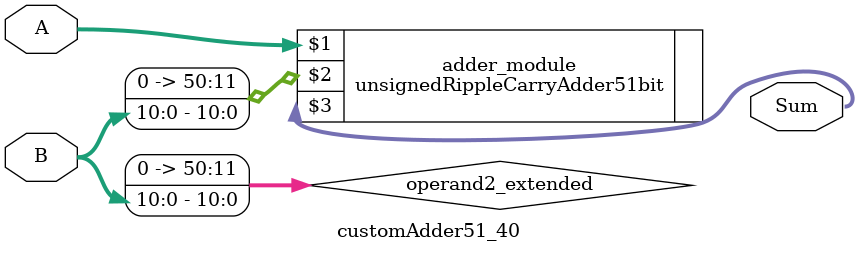
<source format=v>
module customAdder51_40(
                        input [50 : 0] A,
                        input [10 : 0] B,
                        
                        output [51 : 0] Sum
                );

        wire [50 : 0] operand2_extended;
        
        assign operand2_extended =  {40'b0, B};
        
        unsignedRippleCarryAdder51bit adder_module(
            A,
            operand2_extended,
            Sum
        );
        
        endmodule
        
</source>
